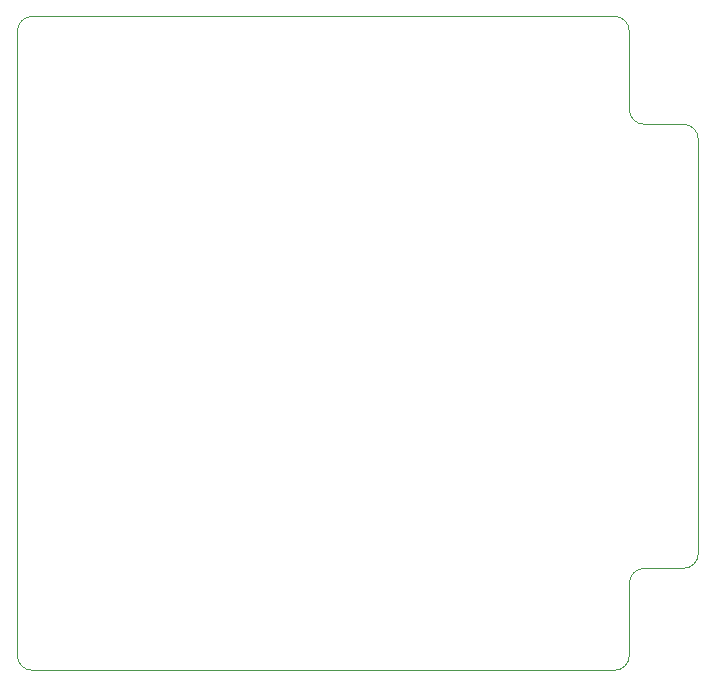
<source format=gbr>
%TF.GenerationSoftware,KiCad,Pcbnew,(5.1.8-0-10_14)*%
%TF.CreationDate,2021-05-17T09:41:11-06:00*%
%TF.ProjectId,bluescsi_iigs_internal,626c7565-7363-4736-995f-696967735f69,rev?*%
%TF.SameCoordinates,Original*%
%TF.FileFunction,Profile,NP*%
%FSLAX46Y46*%
G04 Gerber Fmt 4.6, Leading zero omitted, Abs format (unit mm)*
G04 Created by KiCad (PCBNEW (5.1.8-0-10_14)) date 2021-05-17 09:41:11*
%MOMM*%
%LPD*%
G01*
G04 APERTURE LIST*
%TA.AperFunction,Profile*%
%ADD10C,0.050000*%
%TD*%
G04 APERTURE END LIST*
D10*
X180721000Y-94996000D02*
G75*
G02*
X181991000Y-93726000I1270000J0D01*
G01*
X181991000Y-56134000D02*
G75*
G02*
X180721000Y-54864000I0J1270000D01*
G01*
X185293000Y-56134000D02*
G75*
G02*
X186563000Y-57404000I0J-1270000D01*
G01*
X186563000Y-92456000D02*
G75*
G02*
X185293000Y-93726000I-1270000J0D01*
G01*
X130175000Y-102362000D02*
G75*
G02*
X128905000Y-101092000I0J1270000D01*
G01*
X180721000Y-101092000D02*
G75*
G02*
X179451000Y-102362000I-1270000J0D01*
G01*
X179451000Y-46990000D02*
G75*
G02*
X180721000Y-48260000I0J-1270000D01*
G01*
X128905000Y-48260000D02*
G75*
G02*
X130175000Y-46990000I1270000J0D01*
G01*
X181991000Y-93726000D02*
X185293000Y-93726000D01*
X180721000Y-94996000D02*
X180721000Y-101092000D01*
X181991000Y-56134000D02*
X185293000Y-56134000D01*
X180721000Y-48260000D02*
X180721000Y-54864000D01*
X130175000Y-46990000D02*
X179451000Y-46990000D01*
X128905000Y-101092000D02*
X128905000Y-48260000D01*
X179451000Y-102362000D02*
X130175000Y-102362000D01*
X186563000Y-57404000D02*
X186563000Y-92456000D01*
M02*

</source>
